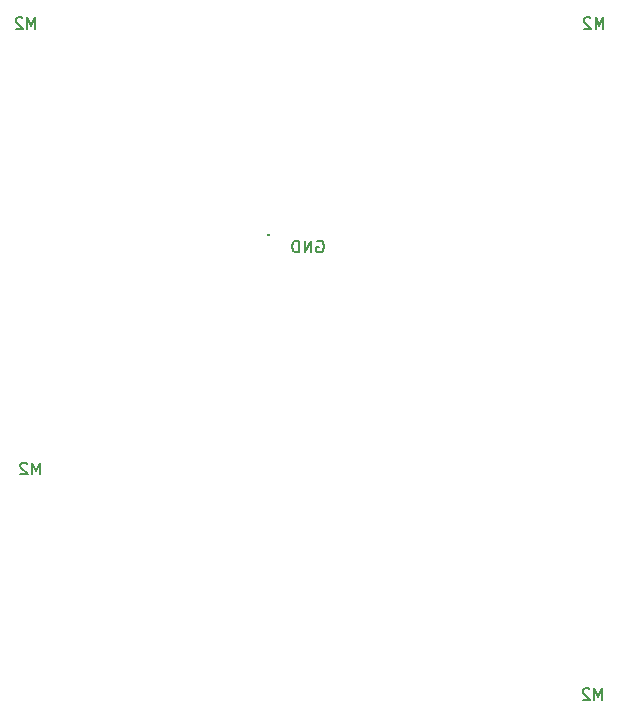
<source format=gbr>
G04 #@! TF.GenerationSoftware,KiCad,Pcbnew,(5.1.10)-1*
G04 #@! TF.CreationDate,2021-08-15T20:32:39-04:00*
G04 #@! TF.ProjectId,plate,706c6174-652e-46b6-9963-61645f706362,rev?*
G04 #@! TF.SameCoordinates,Original*
G04 #@! TF.FileFunction,Legend,Bot*
G04 #@! TF.FilePolarity,Positive*
%FSLAX46Y46*%
G04 Gerber Fmt 4.6, Leading zero omitted, Abs format (unit mm)*
G04 Created by KiCad (PCBNEW (5.1.10)-1) date 2021-08-15 20:32:39*
%MOMM*%
%LPD*%
G01*
G04 APERTURE LIST*
%ADD10C,0.150000*%
%ADD11C,2.200000*%
%ADD12C,1.000000*%
G04 APERTURE END LIST*
D10*
X103509523Y-63952380D02*
X103509523Y-62952380D01*
X103176190Y-63666666D01*
X102842857Y-62952380D01*
X102842857Y-63952380D01*
X102414285Y-63047619D02*
X102366666Y-63000000D01*
X102271428Y-62952380D01*
X102033333Y-62952380D01*
X101938095Y-63000000D01*
X101890476Y-63047619D01*
X101842857Y-63142857D01*
X101842857Y-63238095D01*
X101890476Y-63380952D01*
X102461904Y-63952380D01*
X101842857Y-63952380D01*
X151609523Y-63952380D02*
X151609523Y-62952380D01*
X151276190Y-63666666D01*
X150942857Y-62952380D01*
X150942857Y-63952380D01*
X150514285Y-63047619D02*
X150466666Y-63000000D01*
X150371428Y-62952380D01*
X150133333Y-62952380D01*
X150038095Y-63000000D01*
X149990476Y-63047619D01*
X149942857Y-63142857D01*
X149942857Y-63238095D01*
X149990476Y-63380952D01*
X150561904Y-63952380D01*
X149942857Y-63952380D01*
X151509523Y-120752380D02*
X151509523Y-119752380D01*
X151176190Y-120466666D01*
X150842857Y-119752380D01*
X150842857Y-120752380D01*
X150414285Y-119847619D02*
X150366666Y-119800000D01*
X150271428Y-119752380D01*
X150033333Y-119752380D01*
X149938095Y-119800000D01*
X149890476Y-119847619D01*
X149842857Y-119942857D01*
X149842857Y-120038095D01*
X149890476Y-120180952D01*
X150461904Y-120752380D01*
X149842857Y-120752380D01*
X103909523Y-101652380D02*
X103909523Y-100652380D01*
X103576190Y-101366666D01*
X103242857Y-100652380D01*
X103242857Y-101652380D01*
X102814285Y-100747619D02*
X102766666Y-100700000D01*
X102671428Y-100652380D01*
X102433333Y-100652380D01*
X102338095Y-100700000D01*
X102290476Y-100747619D01*
X102242857Y-100842857D01*
X102242857Y-100938095D01*
X102290476Y-101080952D01*
X102861904Y-101652380D01*
X102242857Y-101652380D01*
X127361904Y-81900000D02*
X127457142Y-81852380D01*
X127600000Y-81852380D01*
X127742857Y-81900000D01*
X127838095Y-81995238D01*
X127885714Y-82090476D01*
X127933333Y-82280952D01*
X127933333Y-82423809D01*
X127885714Y-82614285D01*
X127838095Y-82709523D01*
X127742857Y-82804761D01*
X127600000Y-82852380D01*
X127504761Y-82852380D01*
X127361904Y-82804761D01*
X127314285Y-82757142D01*
X127314285Y-82423809D01*
X127504761Y-82423809D01*
X126885714Y-82852380D02*
X126885714Y-81852380D01*
X126314285Y-82852380D01*
X126314285Y-81852380D01*
X125838095Y-82852380D02*
X125838095Y-81852380D01*
X125600000Y-81852380D01*
X125457142Y-81900000D01*
X125361904Y-81995238D01*
X125314285Y-82090476D01*
X125266666Y-82280952D01*
X125266666Y-82423809D01*
X125314285Y-82614285D01*
X125361904Y-82709523D01*
X125457142Y-82804761D01*
X125600000Y-82852380D01*
X125838095Y-82852380D01*
X123286520Y-81296582D02*
X123334139Y-81344201D01*
X123286520Y-81391820D01*
X123238900Y-81344201D01*
X123286520Y-81296582D01*
X123286520Y-81391820D01*
%LPC*%
X155246414Y-71330911D02*
X155246414Y-70330911D01*
X156817842Y-70134482D02*
X153817842Y-70509482D01*
X153817842Y-71938053D01*
X156817842Y-73134482D02*
X156674985Y-72866625D01*
X156532128Y-72741625D01*
X156246414Y-72634482D01*
X155389271Y-72741625D01*
X155103557Y-72920196D01*
X154960700Y-73080911D01*
X154817842Y-73384482D01*
X154817842Y-73813053D01*
X154960700Y-74080911D01*
X155103557Y-74205911D01*
X155389271Y-74313053D01*
X156246414Y-74205911D01*
X156532128Y-74027339D01*
X156674985Y-73866625D01*
X156817842Y-73563053D01*
X156817842Y-73134482D01*
X156817842Y-75420196D02*
X154817842Y-75670196D01*
X155389271Y-75598768D02*
X155103557Y-75777339D01*
X154960700Y-75938053D01*
X154817842Y-76241625D01*
X154817842Y-76527339D01*
X156674985Y-79438053D02*
X156817842Y-79848768D01*
X156817842Y-80563053D01*
X156674985Y-80866625D01*
X156532128Y-81027339D01*
X156246414Y-81205911D01*
X155960700Y-81241625D01*
X155674985Y-81134482D01*
X155532128Y-81009482D01*
X155389271Y-80741625D01*
X155246414Y-80188053D01*
X155103557Y-79920196D01*
X154960700Y-79795196D01*
X154674985Y-79688053D01*
X154389271Y-79723768D01*
X154103557Y-79902339D01*
X153960700Y-80063053D01*
X153817842Y-80366625D01*
X153817842Y-81080911D01*
X153960700Y-81491625D01*
X156674985Y-83723768D02*
X156817842Y-83420196D01*
X156817842Y-82848768D01*
X156674985Y-82580911D01*
X156532128Y-82455911D01*
X156246414Y-82348768D01*
X155389271Y-82455911D01*
X155103557Y-82634482D01*
X154960700Y-82795196D01*
X154817842Y-83098768D01*
X154817842Y-83670196D01*
X154960700Y-83938053D01*
X156817842Y-84991625D02*
X154817842Y-85241625D01*
X153817842Y-85366625D02*
X153960700Y-85205911D01*
X154103557Y-85330911D01*
X153960700Y-85491625D01*
X153817842Y-85366625D01*
X154103557Y-85330911D01*
X156674985Y-87580911D02*
X156817842Y-87277339D01*
X156817842Y-86705911D01*
X156674985Y-86438053D01*
X156389271Y-86330911D01*
X155246414Y-86473768D01*
X154960700Y-86652339D01*
X154817842Y-86955911D01*
X154817842Y-87527339D01*
X154960700Y-87795196D01*
X155246414Y-87902339D01*
X155532128Y-87866625D01*
X155817842Y-86402339D01*
X154817842Y-89241625D02*
X156817842Y-88991625D01*
X155103557Y-89205911D02*
X154960700Y-89366625D01*
X154817842Y-89670196D01*
X154817842Y-90098768D01*
X154960700Y-90366625D01*
X155246414Y-90473768D01*
X156817842Y-90277339D01*
X156674985Y-93009482D02*
X156817842Y-92705911D01*
X156817842Y-92134482D01*
X156674985Y-91866625D01*
X156532128Y-91741625D01*
X156246414Y-91634482D01*
X155389271Y-91741625D01*
X155103557Y-91920196D01*
X154960700Y-92080911D01*
X154817842Y-92384482D01*
X154817842Y-92955911D01*
X154960700Y-93223768D01*
X156674985Y-95438053D02*
X156817842Y-95134482D01*
X156817842Y-94563053D01*
X156674985Y-94295196D01*
X156389271Y-94188053D01*
X155246414Y-94330911D01*
X154960700Y-94509482D01*
X154817842Y-94813053D01*
X154817842Y-95384482D01*
X154960700Y-95652339D01*
X155246414Y-95759482D01*
X155532128Y-95723768D01*
X155817842Y-94259482D01*
D11*
X155496260Y-120484900D03*
D12*
X130000000Y-82000000D03*
D11*
X98500000Y-101500000D03*
X98500000Y-63500000D03*
X155500000Y-63500000D03*
M02*

</source>
